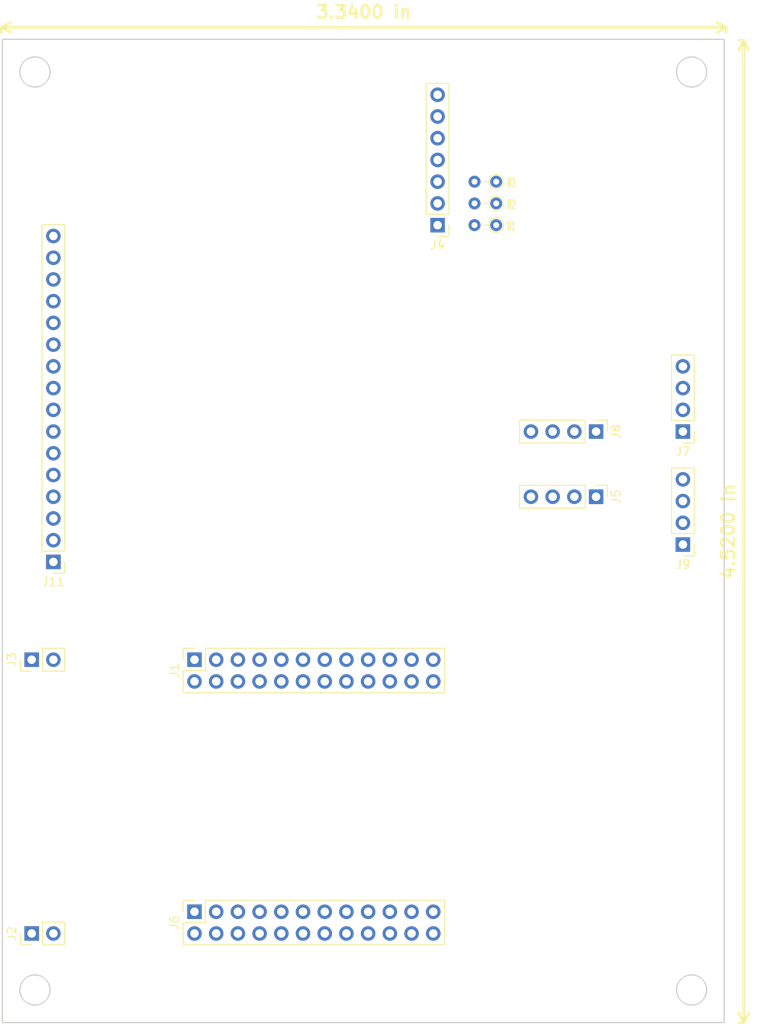
<source format=kicad_pcb>
(kicad_pcb (version 4) (host pcbnew 4.0.7)

  (general
    (links 42)
    (no_connects 42)
    (area 46.228 37.408 142.850286 157.555001)
    (thickness 1.6)
    (drawings 10)
    (tracks 0)
    (zones 0)
    (modules 13)
    (nets 56)
  )

  (page A4)
  (layers
    (0 F.Cu signal)
    (31 B.Cu signal)
    (32 B.Adhes user)
    (33 F.Adhes user)
    (34 B.Paste user)
    (35 F.Paste user)
    (36 B.SilkS user)
    (37 F.SilkS user)
    (38 B.Mask user)
    (39 F.Mask user)
    (40 Dwgs.User user)
    (41 Cmts.User user)
    (42 Eco1.User user)
    (43 Eco2.User user)
    (44 Edge.Cuts user)
    (45 Margin user)
    (46 B.CrtYd user)
    (47 F.CrtYd user)
    (48 B.Fab user)
    (49 F.Fab user)
  )

  (setup
    (last_trace_width 0.25)
    (trace_clearance 0.2)
    (zone_clearance 0.508)
    (zone_45_only no)
    (trace_min 0.2)
    (segment_width 0.2)
    (edge_width 0.15)
    (via_size 0.6)
    (via_drill 0.4)
    (via_min_size 0.4)
    (via_min_drill 0.3)
    (uvia_size 0.3)
    (uvia_drill 0.1)
    (uvias_allowed no)
    (uvia_min_size 0.2)
    (uvia_min_drill 0.1)
    (pcb_text_width 0.3)
    (pcb_text_size 1.5 1.5)
    (mod_edge_width 0.15)
    (mod_text_size 1 1)
    (mod_text_width 0.15)
    (pad_size 1.524 1.524)
    (pad_drill 0.762)
    (pad_to_mask_clearance 0.2)
    (aux_axis_origin 0 0)
    (visible_elements 7FFFFFFF)
    (pcbplotparams
      (layerselection 0x00030_80000001)
      (usegerberextensions false)
      (excludeedgelayer true)
      (linewidth 0.100000)
      (plotframeref false)
      (viasonmask false)
      (mode 1)
      (useauxorigin false)
      (hpglpennumber 1)
      (hpglpenspeed 20)
      (hpglpendiameter 15)
      (hpglpenoverlay 2)
      (psnegative false)
      (psa4output false)
      (plotreference true)
      (plotvalue true)
      (plotinvisibletext false)
      (padsonsilk false)
      (subtractmaskfromsilk false)
      (outputformat 1)
      (mirror false)
      (drillshape 0)
      (scaleselection 1)
      (outputdirectory ""))
  )

  (net 0 "")
  (net 1 /13)
  (net 2 /15)
  (net 3 /17)
  (net 4 /19)
  (net 5 /21)
  (net 6 /23)
  (net 7 /25)
  (net 8 /27)
  (net 9 /29)
  (net 10 /31)
  (net 11 /33)
  (net 12 /35)
  (net 13 /36)
  (net 14 /34)
  (net 15 /32)
  (net 16 /30)
  (net 17 /28)
  (net 18 /26)
  (net 19 /24)
  (net 20 /22)
  (net 21 /20)
  (net 22 /18)
  (net 23 /16)
  (net 24 /14)
  (net 25 VCC)
  (net 26 GND)
  (net 27 /39)
  (net 28 /40)
  (net 29 /47)
  (net 30 /43)
  (net 31 /44)
  (net 32 /45)
  (net 33 /46)
  (net 34 /12)
  (net 35 /10)
  (net 36 /8)
  (net 37 /6)
  (net 38 /4)
  (net 39 /2)
  (net 40 /48)
  (net 41 /42)
  (net 42 /38)
  (net 43 /37)
  (net 44 /41)
  (net 45 /1)
  (net 46 /3)
  (net 47 /5)
  (net 48 /7)
  (net 49 /9)
  (net 50 /11)
  (net 51 /D0)
  (net 52 /D1)
  (net 53 /D2)
  (net 54 /D3)
  (net 55 /L-)

  (net_class Default "This is the default net class."
    (clearance 0.2)
    (trace_width 0.25)
    (via_dia 0.6)
    (via_drill 0.4)
    (uvia_dia 0.3)
    (uvia_drill 0.1)
    (add_net /1)
    (add_net /10)
    (add_net /11)
    (add_net /12)
    (add_net /13)
    (add_net /14)
    (add_net /15)
    (add_net /16)
    (add_net /17)
    (add_net /18)
    (add_net /19)
    (add_net /2)
    (add_net /20)
    (add_net /21)
    (add_net /22)
    (add_net /23)
    (add_net /24)
    (add_net /25)
    (add_net /26)
    (add_net /27)
    (add_net /28)
    (add_net /29)
    (add_net /3)
    (add_net /30)
    (add_net /31)
    (add_net /32)
    (add_net /33)
    (add_net /34)
    (add_net /35)
    (add_net /36)
    (add_net /37)
    (add_net /38)
    (add_net /39)
    (add_net /4)
    (add_net /40)
    (add_net /41)
    (add_net /42)
    (add_net /43)
    (add_net /44)
    (add_net /45)
    (add_net /46)
    (add_net /47)
    (add_net /48)
    (add_net /5)
    (add_net /6)
    (add_net /7)
    (add_net /8)
    (add_net /9)
    (add_net /D0)
    (add_net /D1)
    (add_net /D2)
    (add_net /D3)
    (add_net /L-)
    (add_net GND)
    (add_net VCC)
  )

  (module Socket_Strips:Socket_Strip_Straight_2x12_Pitch2.54mm (layer F.Cu) (tedit 5A7C39DA) (tstamp 5A7C2E8F)
    (at 68.834 115.062 90)
    (descr "Through hole straight socket strip, 2x12, 2.54mm pitch, double rows")
    (tags "Through hole socket strip THT 2x12 2.54mm double row")
    (path /5A7C4290)
    (fp_text reference J1 (at -1.27 -2.33 90) (layer F.SilkS)
      (effects (font (size 1 1) (thickness 0.15)))
    )
    (fp_text value NUVOTON-M0516LDN-L (at 3.302 12.7 180) (layer F.Fab)
      (effects (font (size 1 1) (thickness 0.15)))
    )
    (fp_line (start -3.81 -1.27) (end -3.81 29.21) (layer F.Fab) (width 0.1))
    (fp_line (start -3.81 29.21) (end 1.27 29.21) (layer F.Fab) (width 0.1))
    (fp_line (start 1.27 29.21) (end 1.27 -1.27) (layer F.Fab) (width 0.1))
    (fp_line (start 1.27 -1.27) (end -3.81 -1.27) (layer F.Fab) (width 0.1))
    (fp_line (start 1.33 1.27) (end 1.33 29.27) (layer F.SilkS) (width 0.12))
    (fp_line (start 1.33 29.27) (end -3.87 29.27) (layer F.SilkS) (width 0.12))
    (fp_line (start -3.87 29.27) (end -3.87 -1.33) (layer F.SilkS) (width 0.12))
    (fp_line (start -3.87 -1.33) (end -1.27 -1.33) (layer F.SilkS) (width 0.12))
    (fp_line (start -1.27 -1.33) (end -1.27 1.27) (layer F.SilkS) (width 0.12))
    (fp_line (start -1.27 1.27) (end 1.33 1.27) (layer F.SilkS) (width 0.12))
    (fp_line (start 1.33 0) (end 1.33 -1.33) (layer F.SilkS) (width 0.12))
    (fp_line (start 1.33 -1.33) (end 0.06 -1.33) (layer F.SilkS) (width 0.12))
    (fp_line (start -4.35 -1.8) (end -4.35 29.75) (layer F.CrtYd) (width 0.05))
    (fp_line (start -4.35 29.75) (end 1.8 29.75) (layer F.CrtYd) (width 0.05))
    (fp_line (start 1.8 29.75) (end 1.8 -1.8) (layer F.CrtYd) (width 0.05))
    (fp_line (start 1.8 -1.8) (end -4.35 -1.8) (layer F.CrtYd) (width 0.05))
    (fp_text user %R (at -1.27 -2.33 90) (layer F.Fab)
      (effects (font (size 1 1) (thickness 0.15)))
    )
    (pad 1 thru_hole rect (at 0 0 90) (size 1.7 1.7) (drill 1) (layers *.Cu *.Mask)
      (net 1 /13))
    (pad 2 thru_hole oval (at -2.54 0 90) (size 1.7 1.7) (drill 1) (layers *.Cu *.Mask)
      (net 24 /14))
    (pad 3 thru_hole oval (at 0 2.54 90) (size 1.7 1.7) (drill 1) (layers *.Cu *.Mask)
      (net 2 /15))
    (pad 4 thru_hole oval (at -2.54 2.54 90) (size 1.7 1.7) (drill 1) (layers *.Cu *.Mask)
      (net 23 /16))
    (pad 5 thru_hole oval (at 0 5.08 90) (size 1.7 1.7) (drill 1) (layers *.Cu *.Mask)
      (net 3 /17))
    (pad 6 thru_hole oval (at -2.54 5.08 90) (size 1.7 1.7) (drill 1) (layers *.Cu *.Mask)
      (net 22 /18))
    (pad 7 thru_hole oval (at 0 7.62 90) (size 1.7 1.7) (drill 1) (layers *.Cu *.Mask)
      (net 4 /19))
    (pad 8 thru_hole oval (at -2.54 7.62 90) (size 1.7 1.7) (drill 1) (layers *.Cu *.Mask)
      (net 21 /20))
    (pad 9 thru_hole oval (at 0 10.16 90) (size 1.7 1.7) (drill 1) (layers *.Cu *.Mask)
      (net 5 /21))
    (pad 10 thru_hole oval (at -2.54 10.16 90) (size 1.7 1.7) (drill 1) (layers *.Cu *.Mask)
      (net 20 /22))
    (pad 11 thru_hole oval (at 0 12.7 90) (size 1.7 1.7) (drill 1) (layers *.Cu *.Mask)
      (net 6 /23))
    (pad 12 thru_hole oval (at -2.54 12.7 90) (size 1.7 1.7) (drill 1) (layers *.Cu *.Mask)
      (net 19 /24))
    (pad 13 thru_hole oval (at 0 15.24 90) (size 1.7 1.7) (drill 1) (layers *.Cu *.Mask)
      (net 7 /25))
    (pad 14 thru_hole oval (at -2.54 15.24 90) (size 1.7 1.7) (drill 1) (layers *.Cu *.Mask)
      (net 18 /26))
    (pad 15 thru_hole oval (at 0 17.78 90) (size 1.7 1.7) (drill 1) (layers *.Cu *.Mask)
      (net 8 /27))
    (pad 16 thru_hole oval (at -2.54 17.78 90) (size 1.7 1.7) (drill 1) (layers *.Cu *.Mask)
      (net 17 /28))
    (pad 17 thru_hole oval (at 0 20.32 90) (size 1.7 1.7) (drill 1) (layers *.Cu *.Mask)
      (net 9 /29))
    (pad 18 thru_hole oval (at -2.54 20.32 90) (size 1.7 1.7) (drill 1) (layers *.Cu *.Mask)
      (net 16 /30))
    (pad 19 thru_hole oval (at 0 22.86 90) (size 1.7 1.7) (drill 1) (layers *.Cu *.Mask)
      (net 10 /31))
    (pad 20 thru_hole oval (at -2.54 22.86 90) (size 1.7 1.7) (drill 1) (layers *.Cu *.Mask)
      (net 15 /32))
    (pad 21 thru_hole oval (at 0 25.4 90) (size 1.7 1.7) (drill 1) (layers *.Cu *.Mask)
      (net 11 /33))
    (pad 22 thru_hole oval (at -2.54 25.4 90) (size 1.7 1.7) (drill 1) (layers *.Cu *.Mask)
      (net 14 /34))
    (pad 23 thru_hole oval (at 0 27.94 90) (size 1.7 1.7) (drill 1) (layers *.Cu *.Mask)
      (net 12 /35))
    (pad 24 thru_hole oval (at -2.54 27.94 90) (size 1.7 1.7) (drill 1) (layers *.Cu *.Mask)
      (net 13 /36))
    (model ${KISYS3DMOD}/Socket_Strips.3dshapes/Socket_Strip_Straight_2x12_Pitch2.54mm.wrl
      (at (xyz -0.05 -0.55 0))
      (scale (xyz 1 1 1))
      (rotate (xyz 0 0 270))
    )
  )

  (module Pin_Headers:Pin_Header_Straight_1x07_Pitch2.54mm (layer F.Cu) (tedit 5A7C39F5) (tstamp 5A7C2EA6)
    (at 97.282 64.262 180)
    (descr "Through hole straight pin header, 1x07, 2.54mm pitch, single row")
    (tags "Through hole pin header THT 1x07 2.54mm single row")
    (path /5A7C0D62)
    (fp_text reference J4 (at 0 -2.33 180) (layer F.SilkS)
      (effects (font (size 1 1) (thickness 0.15)))
    )
    (fp_text value KEYPAD-BRKOUT (at 2.667 11.049 270) (layer F.Fab)
      (effects (font (size 1 1) (thickness 0.15)))
    )
    (fp_line (start -0.635 -1.27) (end 1.27 -1.27) (layer F.Fab) (width 0.1))
    (fp_line (start 1.27 -1.27) (end 1.27 16.51) (layer F.Fab) (width 0.1))
    (fp_line (start 1.27 16.51) (end -1.27 16.51) (layer F.Fab) (width 0.1))
    (fp_line (start -1.27 16.51) (end -1.27 -0.635) (layer F.Fab) (width 0.1))
    (fp_line (start -1.27 -0.635) (end -0.635 -1.27) (layer F.Fab) (width 0.1))
    (fp_line (start -1.33 16.57) (end 1.33 16.57) (layer F.SilkS) (width 0.12))
    (fp_line (start -1.33 1.27) (end -1.33 16.57) (layer F.SilkS) (width 0.12))
    (fp_line (start 1.33 1.27) (end 1.33 16.57) (layer F.SilkS) (width 0.12))
    (fp_line (start -1.33 1.27) (end 1.33 1.27) (layer F.SilkS) (width 0.12))
    (fp_line (start -1.33 0) (end -1.33 -1.33) (layer F.SilkS) (width 0.12))
    (fp_line (start -1.33 -1.33) (end 0 -1.33) (layer F.SilkS) (width 0.12))
    (fp_line (start -1.8 -1.8) (end -1.8 17.05) (layer F.CrtYd) (width 0.05))
    (fp_line (start -1.8 17.05) (end 1.8 17.05) (layer F.CrtYd) (width 0.05))
    (fp_line (start 1.8 17.05) (end 1.8 -1.8) (layer F.CrtYd) (width 0.05))
    (fp_line (start 1.8 -1.8) (end -1.8 -1.8) (layer F.CrtYd) (width 0.05))
    (fp_text user %R (at 0 7.62 270) (layer F.Fab)
      (effects (font (size 1 1) (thickness 0.15)))
    )
    (pad 1 thru_hole rect (at 0 0 180) (size 1.7 1.7) (drill 1) (layers *.Cu *.Mask)
      (net 27 /39))
    (pad 2 thru_hole oval (at 0 2.54 180) (size 1.7 1.7) (drill 1) (layers *.Cu *.Mask)
      (net 28 /40))
    (pad 3 thru_hole oval (at 0 5.08 180) (size 1.7 1.7) (drill 1) (layers *.Cu *.Mask)
      (net 29 /47))
    (pad 4 thru_hole oval (at 0 7.62 180) (size 1.7 1.7) (drill 1) (layers *.Cu *.Mask)
      (net 30 /43))
    (pad 5 thru_hole oval (at 0 10.16 180) (size 1.7 1.7) (drill 1) (layers *.Cu *.Mask)
      (net 31 /44))
    (pad 6 thru_hole oval (at 0 12.7 180) (size 1.7 1.7) (drill 1) (layers *.Cu *.Mask)
      (net 32 /45))
    (pad 7 thru_hole oval (at 0 15.24 180) (size 1.7 1.7) (drill 1) (layers *.Cu *.Mask)
      (net 33 /46))
    (model ${KISYS3DMOD}/Pin_Headers.3dshapes/Pin_Header_Straight_1x07_Pitch2.54mm.wrl
      (at (xyz 0 0 0))
      (scale (xyz 1 1 1))
      (rotate (xyz 0 0 0))
    )
  )

  (module Pin_Headers:Pin_Header_Straight_1x04_Pitch2.54mm (layer F.Cu) (tedit 5A7C39C8) (tstamp 5A7C2EAE)
    (at 115.824 96.012 270)
    (descr "Through hole straight pin header, 1x04, 2.54mm pitch, single row")
    (tags "Through hole pin header THT 1x04 2.54mm single row")
    (path /5A7C6F8B)
    (fp_text reference J5 (at 0 -2.33 270) (layer F.SilkS)
      (effects (font (size 1 1) (thickness 0.15)))
    )
    (fp_text value VCC-BRKOUT (at 2.794 3.81 360) (layer F.Fab)
      (effects (font (size 1 1) (thickness 0.15)))
    )
    (fp_line (start -0.635 -1.27) (end 1.27 -1.27) (layer F.Fab) (width 0.1))
    (fp_line (start 1.27 -1.27) (end 1.27 8.89) (layer F.Fab) (width 0.1))
    (fp_line (start 1.27 8.89) (end -1.27 8.89) (layer F.Fab) (width 0.1))
    (fp_line (start -1.27 8.89) (end -1.27 -0.635) (layer F.Fab) (width 0.1))
    (fp_line (start -1.27 -0.635) (end -0.635 -1.27) (layer F.Fab) (width 0.1))
    (fp_line (start -1.33 8.95) (end 1.33 8.95) (layer F.SilkS) (width 0.12))
    (fp_line (start -1.33 1.27) (end -1.33 8.95) (layer F.SilkS) (width 0.12))
    (fp_line (start 1.33 1.27) (end 1.33 8.95) (layer F.SilkS) (width 0.12))
    (fp_line (start -1.33 1.27) (end 1.33 1.27) (layer F.SilkS) (width 0.12))
    (fp_line (start -1.33 0) (end -1.33 -1.33) (layer F.SilkS) (width 0.12))
    (fp_line (start -1.33 -1.33) (end 0 -1.33) (layer F.SilkS) (width 0.12))
    (fp_line (start -1.8 -1.8) (end -1.8 9.4) (layer F.CrtYd) (width 0.05))
    (fp_line (start -1.8 9.4) (end 1.8 9.4) (layer F.CrtYd) (width 0.05))
    (fp_line (start 1.8 9.4) (end 1.8 -1.8) (layer F.CrtYd) (width 0.05))
    (fp_line (start 1.8 -1.8) (end -1.8 -1.8) (layer F.CrtYd) (width 0.05))
    (fp_text user %R (at 0 3.81 360) (layer F.Fab)
      (effects (font (size 1 1) (thickness 0.15)))
    )
    (pad 1 thru_hole rect (at 0 0 270) (size 1.7 1.7) (drill 1) (layers *.Cu *.Mask)
      (net 25 VCC))
    (pad 2 thru_hole oval (at 0 2.54 270) (size 1.7 1.7) (drill 1) (layers *.Cu *.Mask)
      (net 25 VCC))
    (pad 3 thru_hole oval (at 0 5.08 270) (size 1.7 1.7) (drill 1) (layers *.Cu *.Mask)
      (net 25 VCC))
    (pad 4 thru_hole oval (at 0 7.62 270) (size 1.7 1.7) (drill 1) (layers *.Cu *.Mask)
      (net 25 VCC))
    (model ${KISYS3DMOD}/Pin_Headers.3dshapes/Pin_Header_Straight_1x04_Pitch2.54mm.wrl
      (at (xyz 0 0 0))
      (scale (xyz 1 1 1))
      (rotate (xyz 0 0 0))
    )
  )

  (module Socket_Strips:Socket_Strip_Straight_2x12_Pitch2.54mm (layer F.Cu) (tedit 5A7C39E0) (tstamp 5A7C2ECA)
    (at 68.834 144.526 90)
    (descr "Through hole straight socket strip, 2x12, 2.54mm pitch, double rows")
    (tags "Through hole socket strip THT 2x12 2.54mm double row")
    (path /5A7C430D)
    (fp_text reference J6 (at -1.27 -2.33 90) (layer F.SilkS)
      (effects (font (size 1 1) (thickness 0.15)))
    )
    (fp_text value NUVOTON-MO516LDN-R (at 3.048 13.462 180) (layer F.Fab)
      (effects (font (size 1 1) (thickness 0.15)))
    )
    (fp_line (start -3.81 -1.27) (end -3.81 29.21) (layer F.Fab) (width 0.1))
    (fp_line (start -3.81 29.21) (end 1.27 29.21) (layer F.Fab) (width 0.1))
    (fp_line (start 1.27 29.21) (end 1.27 -1.27) (layer F.Fab) (width 0.1))
    (fp_line (start 1.27 -1.27) (end -3.81 -1.27) (layer F.Fab) (width 0.1))
    (fp_line (start 1.33 1.27) (end 1.33 29.27) (layer F.SilkS) (width 0.12))
    (fp_line (start 1.33 29.27) (end -3.87 29.27) (layer F.SilkS) (width 0.12))
    (fp_line (start -3.87 29.27) (end -3.87 -1.33) (layer F.SilkS) (width 0.12))
    (fp_line (start -3.87 -1.33) (end -1.27 -1.33) (layer F.SilkS) (width 0.12))
    (fp_line (start -1.27 -1.33) (end -1.27 1.27) (layer F.SilkS) (width 0.12))
    (fp_line (start -1.27 1.27) (end 1.33 1.27) (layer F.SilkS) (width 0.12))
    (fp_line (start 1.33 0) (end 1.33 -1.33) (layer F.SilkS) (width 0.12))
    (fp_line (start 1.33 -1.33) (end 0.06 -1.33) (layer F.SilkS) (width 0.12))
    (fp_line (start -4.35 -1.8) (end -4.35 29.75) (layer F.CrtYd) (width 0.05))
    (fp_line (start -4.35 29.75) (end 1.8 29.75) (layer F.CrtYd) (width 0.05))
    (fp_line (start 1.8 29.75) (end 1.8 -1.8) (layer F.CrtYd) (width 0.05))
    (fp_line (start 1.8 -1.8) (end -4.35 -1.8) (layer F.CrtYd) (width 0.05))
    (fp_text user %R (at -1.27 -2.33 90) (layer F.Fab)
      (effects (font (size 1 1) (thickness 0.15)))
    )
    (pad 1 thru_hole rect (at 0 0 90) (size 1.7 1.7) (drill 1) (layers *.Cu *.Mask)
      (net 34 /12))
    (pad 2 thru_hole oval (at -2.54 0 90) (size 1.7 1.7) (drill 1) (layers *.Cu *.Mask)
      (net 50 /11))
    (pad 3 thru_hole oval (at 0 2.54 90) (size 1.7 1.7) (drill 1) (layers *.Cu *.Mask)
      (net 35 /10))
    (pad 4 thru_hole oval (at -2.54 2.54 90) (size 1.7 1.7) (drill 1) (layers *.Cu *.Mask)
      (net 49 /9))
    (pad 5 thru_hole oval (at 0 5.08 90) (size 1.7 1.7) (drill 1) (layers *.Cu *.Mask)
      (net 36 /8))
    (pad 6 thru_hole oval (at -2.54 5.08 90) (size 1.7 1.7) (drill 1) (layers *.Cu *.Mask)
      (net 48 /7))
    (pad 7 thru_hole oval (at 0 7.62 90) (size 1.7 1.7) (drill 1) (layers *.Cu *.Mask)
      (net 37 /6))
    (pad 8 thru_hole oval (at -2.54 7.62 90) (size 1.7 1.7) (drill 1) (layers *.Cu *.Mask)
      (net 47 /5))
    (pad 9 thru_hole oval (at 0 10.16 90) (size 1.7 1.7) (drill 1) (layers *.Cu *.Mask)
      (net 38 /4))
    (pad 10 thru_hole oval (at -2.54 10.16 90) (size 1.7 1.7) (drill 1) (layers *.Cu *.Mask)
      (net 46 /3))
    (pad 11 thru_hole oval (at 0 12.7 90) (size 1.7 1.7) (drill 1) (layers *.Cu *.Mask)
      (net 39 /2))
    (pad 12 thru_hole oval (at -2.54 12.7 90) (size 1.7 1.7) (drill 1) (layers *.Cu *.Mask)
      (net 45 /1))
    (pad 13 thru_hole oval (at 0 15.24 90) (size 1.7 1.7) (drill 1) (layers *.Cu *.Mask)
      (net 40 /48))
    (pad 14 thru_hole oval (at -2.54 15.24 90) (size 1.7 1.7) (drill 1) (layers *.Cu *.Mask)
      (net 29 /47))
    (pad 15 thru_hole oval (at 0 17.78 90) (size 1.7 1.7) (drill 1) (layers *.Cu *.Mask)
      (net 33 /46))
    (pad 16 thru_hole oval (at -2.54 17.78 90) (size 1.7 1.7) (drill 1) (layers *.Cu *.Mask)
      (net 32 /45))
    (pad 17 thru_hole oval (at 0 20.32 90) (size 1.7 1.7) (drill 1) (layers *.Cu *.Mask)
      (net 31 /44))
    (pad 18 thru_hole oval (at -2.54 20.32 90) (size 1.7 1.7) (drill 1) (layers *.Cu *.Mask)
      (net 30 /43))
    (pad 19 thru_hole oval (at 0 22.86 90) (size 1.7 1.7) (drill 1) (layers *.Cu *.Mask)
      (net 41 /42))
    (pad 20 thru_hole oval (at -2.54 22.86 90) (size 1.7 1.7) (drill 1) (layers *.Cu *.Mask)
      (net 44 /41))
    (pad 21 thru_hole oval (at 0 25.4 90) (size 1.7 1.7) (drill 1) (layers *.Cu *.Mask)
      (net 28 /40))
    (pad 22 thru_hole oval (at -2.54 25.4 90) (size 1.7 1.7) (drill 1) (layers *.Cu *.Mask)
      (net 27 /39))
    (pad 23 thru_hole oval (at 0 27.94 90) (size 1.7 1.7) (drill 1) (layers *.Cu *.Mask)
      (net 42 /38))
    (pad 24 thru_hole oval (at -2.54 27.94 90) (size 1.7 1.7) (drill 1) (layers *.Cu *.Mask)
      (net 43 /37))
    (model ${KISYS3DMOD}/Socket_Strips.3dshapes/Socket_Strip_Straight_2x12_Pitch2.54mm.wrl
      (at (xyz -0.05 -0.55 0))
      (scale (xyz 1 1 1))
      (rotate (xyz 0 0 270))
    )
  )

  (module Pin_Headers:Pin_Header_Straight_1x04_Pitch2.54mm (layer F.Cu) (tedit 5A7C3A8C) (tstamp 5A7C2ED2)
    (at 125.984 88.392 180)
    (descr "Through hole straight pin header, 1x04, 2.54mm pitch, single row")
    (tags "Through hole pin header THT 1x04 2.54mm single row")
    (path /5A7C321B)
    (fp_text reference J7 (at 0 -2.33 180) (layer F.SilkS)
      (effects (font (size 1 1) (thickness 0.15)))
    )
    (fp_text value ULTRA1 (at 2.794 3.81 270) (layer F.Fab)
      (effects (font (size 1 1) (thickness 0.15)))
    )
    (fp_line (start -0.635 -1.27) (end 1.27 -1.27) (layer F.Fab) (width 0.1))
    (fp_line (start 1.27 -1.27) (end 1.27 8.89) (layer F.Fab) (width 0.1))
    (fp_line (start 1.27 8.89) (end -1.27 8.89) (layer F.Fab) (width 0.1))
    (fp_line (start -1.27 8.89) (end -1.27 -0.635) (layer F.Fab) (width 0.1))
    (fp_line (start -1.27 -0.635) (end -0.635 -1.27) (layer F.Fab) (width 0.1))
    (fp_line (start -1.33 8.95) (end 1.33 8.95) (layer F.SilkS) (width 0.12))
    (fp_line (start -1.33 1.27) (end -1.33 8.95) (layer F.SilkS) (width 0.12))
    (fp_line (start 1.33 1.27) (end 1.33 8.95) (layer F.SilkS) (width 0.12))
    (fp_line (start -1.33 1.27) (end 1.33 1.27) (layer F.SilkS) (width 0.12))
    (fp_line (start -1.33 0) (end -1.33 -1.33) (layer F.SilkS) (width 0.12))
    (fp_line (start -1.33 -1.33) (end 0 -1.33) (layer F.SilkS) (width 0.12))
    (fp_line (start -1.8 -1.8) (end -1.8 9.4) (layer F.CrtYd) (width 0.05))
    (fp_line (start -1.8 9.4) (end 1.8 9.4) (layer F.CrtYd) (width 0.05))
    (fp_line (start 1.8 9.4) (end 1.8 -1.8) (layer F.CrtYd) (width 0.05))
    (fp_line (start 1.8 -1.8) (end -1.8 -1.8) (layer F.CrtYd) (width 0.05))
    (fp_text user %R (at 0 3.81 270) (layer F.Fab)
      (effects (font (size 1 1) (thickness 0.15)))
    )
    (pad 1 thru_hole rect (at 0 0 180) (size 1.7 1.7) (drill 1) (layers *.Cu *.Mask)
      (net 25 VCC))
    (pad 2 thru_hole oval (at 0 2.54 180) (size 1.7 1.7) (drill 1) (layers *.Cu *.Mask)
      (net 45 /1))
    (pad 3 thru_hole oval (at 0 5.08 180) (size 1.7 1.7) (drill 1) (layers *.Cu *.Mask)
      (net 39 /2))
    (pad 4 thru_hole oval (at 0 7.62 180) (size 1.7 1.7) (drill 1) (layers *.Cu *.Mask)
      (net 26 GND))
    (model ${KISYS3DMOD}/Pin_Headers.3dshapes/Pin_Header_Straight_1x04_Pitch2.54mm.wrl
      (at (xyz 0 0 0))
      (scale (xyz 1 1 1))
      (rotate (xyz 0 0 0))
    )
  )

  (module Pin_Headers:Pin_Header_Straight_1x04_Pitch2.54mm (layer F.Cu) (tedit 5A7C39BC) (tstamp 5A7C2EDA)
    (at 115.824 88.392 270)
    (descr "Through hole straight pin header, 1x04, 2.54mm pitch, single row")
    (tags "Through hole pin header THT 1x04 2.54mm single row")
    (path /5A7C6FC9)
    (fp_text reference J8 (at 0 -2.33 270) (layer F.SilkS)
      (effects (font (size 1 1) (thickness 0.15)))
    )
    (fp_text value GND-BRKOUT (at 2.794 4.064 360) (layer F.Fab)
      (effects (font (size 1 1) (thickness 0.15)))
    )
    (fp_line (start -0.635 -1.27) (end 1.27 -1.27) (layer F.Fab) (width 0.1))
    (fp_line (start 1.27 -1.27) (end 1.27 8.89) (layer F.Fab) (width 0.1))
    (fp_line (start 1.27 8.89) (end -1.27 8.89) (layer F.Fab) (width 0.1))
    (fp_line (start -1.27 8.89) (end -1.27 -0.635) (layer F.Fab) (width 0.1))
    (fp_line (start -1.27 -0.635) (end -0.635 -1.27) (layer F.Fab) (width 0.1))
    (fp_line (start -1.33 8.95) (end 1.33 8.95) (layer F.SilkS) (width 0.12))
    (fp_line (start -1.33 1.27) (end -1.33 8.95) (layer F.SilkS) (width 0.12))
    (fp_line (start 1.33 1.27) (end 1.33 8.95) (layer F.SilkS) (width 0.12))
    (fp_line (start -1.33 1.27) (end 1.33 1.27) (layer F.SilkS) (width 0.12))
    (fp_line (start -1.33 0) (end -1.33 -1.33) (layer F.SilkS) (width 0.12))
    (fp_line (start -1.33 -1.33) (end 0 -1.33) (layer F.SilkS) (width 0.12))
    (fp_line (start -1.8 -1.8) (end -1.8 9.4) (layer F.CrtYd) (width 0.05))
    (fp_line (start -1.8 9.4) (end 1.8 9.4) (layer F.CrtYd) (width 0.05))
    (fp_line (start 1.8 9.4) (end 1.8 -1.8) (layer F.CrtYd) (width 0.05))
    (fp_line (start 1.8 -1.8) (end -1.8 -1.8) (layer F.CrtYd) (width 0.05))
    (fp_text user %R (at 0 3.81 360) (layer F.Fab)
      (effects (font (size 1 1) (thickness 0.15)))
    )
    (pad 1 thru_hole rect (at 0 0 270) (size 1.7 1.7) (drill 1) (layers *.Cu *.Mask)
      (net 26 GND))
    (pad 2 thru_hole oval (at 0 2.54 270) (size 1.7 1.7) (drill 1) (layers *.Cu *.Mask)
      (net 26 GND))
    (pad 3 thru_hole oval (at 0 5.08 270) (size 1.7 1.7) (drill 1) (layers *.Cu *.Mask)
      (net 26 GND))
    (pad 4 thru_hole oval (at 0 7.62 270) (size 1.7 1.7) (drill 1) (layers *.Cu *.Mask)
      (net 26 GND))
    (model ${KISYS3DMOD}/Pin_Headers.3dshapes/Pin_Header_Straight_1x04_Pitch2.54mm.wrl
      (at (xyz 0 0 0))
      (scale (xyz 1 1 1))
      (rotate (xyz 0 0 0))
    )
  )

  (module Pin_Headers:Pin_Header_Straight_1x04_Pitch2.54mm (layer F.Cu) (tedit 5A7C3A93) (tstamp 5A7C2EE2)
    (at 125.984 101.6 180)
    (descr "Through hole straight pin header, 1x04, 2.54mm pitch, single row")
    (tags "Through hole pin header THT 1x04 2.54mm single row")
    (path /5A7C3280)
    (fp_text reference J9 (at 0 -2.33 180) (layer F.SilkS)
      (effects (font (size 1 1) (thickness 0.15)))
    )
    (fp_text value ULTRA2 (at 2.794 3.81 270) (layer F.Fab)
      (effects (font (size 1 1) (thickness 0.15)))
    )
    (fp_line (start -0.635 -1.27) (end 1.27 -1.27) (layer F.Fab) (width 0.1))
    (fp_line (start 1.27 -1.27) (end 1.27 8.89) (layer F.Fab) (width 0.1))
    (fp_line (start 1.27 8.89) (end -1.27 8.89) (layer F.Fab) (width 0.1))
    (fp_line (start -1.27 8.89) (end -1.27 -0.635) (layer F.Fab) (width 0.1))
    (fp_line (start -1.27 -0.635) (end -0.635 -1.27) (layer F.Fab) (width 0.1))
    (fp_line (start -1.33 8.95) (end 1.33 8.95) (layer F.SilkS) (width 0.12))
    (fp_line (start -1.33 1.27) (end -1.33 8.95) (layer F.SilkS) (width 0.12))
    (fp_line (start 1.33 1.27) (end 1.33 8.95) (layer F.SilkS) (width 0.12))
    (fp_line (start -1.33 1.27) (end 1.33 1.27) (layer F.SilkS) (width 0.12))
    (fp_line (start -1.33 0) (end -1.33 -1.33) (layer F.SilkS) (width 0.12))
    (fp_line (start -1.33 -1.33) (end 0 -1.33) (layer F.SilkS) (width 0.12))
    (fp_line (start -1.8 -1.8) (end -1.8 9.4) (layer F.CrtYd) (width 0.05))
    (fp_line (start -1.8 9.4) (end 1.8 9.4) (layer F.CrtYd) (width 0.05))
    (fp_line (start 1.8 9.4) (end 1.8 -1.8) (layer F.CrtYd) (width 0.05))
    (fp_line (start 1.8 -1.8) (end -1.8 -1.8) (layer F.CrtYd) (width 0.05))
    (fp_text user %R (at 0 3.81 270) (layer F.Fab)
      (effects (font (size 1 1) (thickness 0.15)))
    )
    (pad 1 thru_hole rect (at 0 0 180) (size 1.7 1.7) (drill 1) (layers *.Cu *.Mask)
      (net 25 VCC))
    (pad 2 thru_hole oval (at 0 2.54 180) (size 1.7 1.7) (drill 1) (layers *.Cu *.Mask)
      (net 46 /3))
    (pad 3 thru_hole oval (at 0 5.08 180) (size 1.7 1.7) (drill 1) (layers *.Cu *.Mask)
      (net 49 /9))
    (pad 4 thru_hole oval (at 0 7.62 180) (size 1.7 1.7) (drill 1) (layers *.Cu *.Mask)
      (net 26 GND))
    (model ${KISYS3DMOD}/Pin_Headers.3dshapes/Pin_Header_Straight_1x04_Pitch2.54mm.wrl
      (at (xyz 0 0 0))
      (scale (xyz 1 1 1))
      (rotate (xyz 0 0 0))
    )
  )

  (module Pin_Headers:Pin_Header_Straight_1x16_Pitch2.54mm (layer F.Cu) (tedit 5A7C39B0) (tstamp 5A7C2F0A)
    (at 52.324 103.632 180)
    (descr "Through hole straight pin header, 1x16, 2.54mm pitch, single row")
    (tags "Through hole pin header THT 1x16 2.54mm single row")
    (path /5A7C0DF1)
    (fp_text reference J11 (at 0 -2.33 180) (layer F.SilkS)
      (effects (font (size 1 1) (thickness 0.15)))
    )
    (fp_text value LCD-BRKOUT-1 (at 2.54 33.782 270) (layer F.Fab)
      (effects (font (size 1 1) (thickness 0.15)))
    )
    (fp_line (start -0.635 -1.27) (end 1.27 -1.27) (layer F.Fab) (width 0.1))
    (fp_line (start 1.27 -1.27) (end 1.27 39.37) (layer F.Fab) (width 0.1))
    (fp_line (start 1.27 39.37) (end -1.27 39.37) (layer F.Fab) (width 0.1))
    (fp_line (start -1.27 39.37) (end -1.27 -0.635) (layer F.Fab) (width 0.1))
    (fp_line (start -1.27 -0.635) (end -0.635 -1.27) (layer F.Fab) (width 0.1))
    (fp_line (start -1.33 39.43) (end 1.33 39.43) (layer F.SilkS) (width 0.12))
    (fp_line (start -1.33 1.27) (end -1.33 39.43) (layer F.SilkS) (width 0.12))
    (fp_line (start 1.33 1.27) (end 1.33 39.43) (layer F.SilkS) (width 0.12))
    (fp_line (start -1.33 1.27) (end 1.33 1.27) (layer F.SilkS) (width 0.12))
    (fp_line (start -1.33 0) (end -1.33 -1.33) (layer F.SilkS) (width 0.12))
    (fp_line (start -1.33 -1.33) (end 0 -1.33) (layer F.SilkS) (width 0.12))
    (fp_line (start -1.8 -1.8) (end -1.8 39.9) (layer F.CrtYd) (width 0.05))
    (fp_line (start -1.8 39.9) (end 1.8 39.9) (layer F.CrtYd) (width 0.05))
    (fp_line (start 1.8 39.9) (end 1.8 -1.8) (layer F.CrtYd) (width 0.05))
    (fp_line (start 1.8 -1.8) (end -1.8 -1.8) (layer F.CrtYd) (width 0.05))
    (fp_text user %R (at 0 19.05 270) (layer F.Fab)
      (effects (font (size 1 1) (thickness 0.15)))
    )
    (pad 1 thru_hole rect (at 0 0 180) (size 1.7 1.7) (drill 1) (layers *.Cu *.Mask)
      (net 55 /L-))
    (pad 2 thru_hole oval (at 0 2.54 180) (size 1.7 1.7) (drill 1) (layers *.Cu *.Mask)
      (net 25 VCC))
    (pad 3 thru_hole oval (at 0 5.08 180) (size 1.7 1.7) (drill 1) (layers *.Cu *.Mask)
      (net 55 /L-))
    (pad 4 thru_hole oval (at 0 7.62 180) (size 1.7 1.7) (drill 1) (layers *.Cu *.Mask)
      (net 21 /20))
    (pad 5 thru_hole oval (at 0 10.16 180) (size 1.7 1.7) (drill 1) (layers *.Cu *.Mask)
      (net 55 /L-))
    (pad 6 thru_hole oval (at 0 12.7 180) (size 1.7 1.7) (drill 1) (layers *.Cu *.Mask)
      (net 20 /22))
    (pad 7 thru_hole oval (at 0 15.24 180) (size 1.7 1.7) (drill 1) (layers *.Cu *.Mask)
      (net 51 /D0))
    (pad 8 thru_hole oval (at 0 17.78 180) (size 1.7 1.7) (drill 1) (layers *.Cu *.Mask)
      (net 52 /D1))
    (pad 9 thru_hole oval (at 0 20.32 180) (size 1.7 1.7) (drill 1) (layers *.Cu *.Mask)
      (net 53 /D2))
    (pad 10 thru_hole oval (at 0 22.86 180) (size 1.7 1.7) (drill 1) (layers *.Cu *.Mask)
      (net 54 /D3))
    (pad 11 thru_hole oval (at 0 25.4 180) (size 1.7 1.7) (drill 1) (layers *.Cu *.Mask)
      (net 19 /24))
    (pad 12 thru_hole oval (at 0 27.94 180) (size 1.7 1.7) (drill 1) (layers *.Cu *.Mask)
      (net 18 /26))
    (pad 13 thru_hole oval (at 0 30.48 180) (size 1.7 1.7) (drill 1) (layers *.Cu *.Mask)
      (net 17 /28))
    (pad 14 thru_hole oval (at 0 33.02 180) (size 1.7 1.7) (drill 1) (layers *.Cu *.Mask)
      (net 15 /32))
    (pad 15 thru_hole oval (at 0 35.56 180) (size 1.7 1.7) (drill 1) (layers *.Cu *.Mask)
      (net 25 VCC))
    (pad 16 thru_hole oval (at 0 38.1 180) (size 1.7 1.7) (drill 1) (layers *.Cu *.Mask)
      (net 55 /L-))
    (model ${KISYS3DMOD}/Pin_Headers.3dshapes/Pin_Header_Straight_1x16_Pitch2.54mm.wrl
      (at (xyz 0 0 0))
      (scale (xyz 1 1 1))
      (rotate (xyz 0 0 0))
    )
  )

  (module Resistors_THT:R_Axial_DIN0204_L3.6mm_D1.6mm_P2.54mm_Vertical (layer F.Cu) (tedit 5A7C3A77) (tstamp 5A7C2F24)
    (at 104.14 64.262 180)
    (descr "Resistor, Axial_DIN0204 series, Axial, Vertical, pin pitch=2.54mm, 0.16666666666666666W = 1/6W, length*diameter=3.6*1.6mm^2, http://cdn-reichelt.de/documents/datenblatt/B400/1_4W%23YAG.pdf")
    (tags "Resistor Axial_DIN0204 series Axial Vertical pin pitch 2.54mm 0.16666666666666666W = 1/6W length 3.6mm diameter 1.6mm")
    (path /5A7C2E37)
    (fp_text reference R1 (at -1.778 -0.127 180) (layer F.SilkS)
      (effects (font (size 1 0.5) (thickness 0.125)))
    )
    (fp_text value 1k (at 1.27 0.635 180) (layer F.Fab)
      (effects (font (size 1 1) (thickness 0.15)))
    )
    (fp_circle (center 0 0) (end 0.8 0) (layer F.Fab) (width 0.1))
    (fp_circle (center 0 0) (end 0.86 0) (layer F.SilkS) (width 0.12))
    (fp_line (start 0 0) (end 2.54 0) (layer F.Fab) (width 0.1))
    (fp_line (start 0.86 0) (end 1.54 0) (layer F.SilkS) (width 0.12))
    (fp_line (start -1.15 -1.15) (end -1.15 1.15) (layer F.CrtYd) (width 0.05))
    (fp_line (start -1.15 1.15) (end 3.55 1.15) (layer F.CrtYd) (width 0.05))
    (fp_line (start 3.55 1.15) (end 3.55 -1.15) (layer F.CrtYd) (width 0.05))
    (fp_line (start 3.55 -1.15) (end -1.15 -1.15) (layer F.CrtYd) (width 0.05))
    (pad 1 thru_hole circle (at 0 0 180) (size 1.4 1.4) (drill 0.7) (layers *.Cu *.Mask)
      (net 25 VCC))
    (pad 2 thru_hole oval (at 2.54 0 180) (size 1.4 1.4) (drill 0.7) (layers *.Cu *.Mask)
      (net 27 /39))
    (model ${KISYS3DMOD}/Resistors_THT.3dshapes/R_Axial_DIN0204_L3.6mm_D1.6mm_P2.54mm_Vertical.wrl
      (at (xyz 0 0 0))
      (scale (xyz 0.393701 0.393701 0.393701))
      (rotate (xyz 0 0 0))
    )
  )

  (module Resistors_THT:R_Axial_DIN0204_L3.6mm_D1.6mm_P2.54mm_Vertical (layer F.Cu) (tedit 5A7C3A58) (tstamp 5A7C2F2A)
    (at 104.14 61.722 180)
    (descr "Resistor, Axial_DIN0204 series, Axial, Vertical, pin pitch=2.54mm, 0.16666666666666666W = 1/6W, length*diameter=3.6*1.6mm^2, http://cdn-reichelt.de/documents/datenblatt/B400/1_4W%23YAG.pdf")
    (tags "Resistor Axial_DIN0204 series Axial Vertical pin pitch 2.54mm 0.16666666666666666W = 1/6W length 3.6mm diameter 1.6mm")
    (path /5A7C2E99)
    (fp_text reference R2 (at -1.778 -0.127 180) (layer F.SilkS)
      (effects (font (size 1 0.5) (thickness 0.125)))
    )
    (fp_text value 1k (at 1.27 0.635 180) (layer F.Fab)
      (effects (font (size 1 1) (thickness 0.15)))
    )
    (fp_circle (center 0 0) (end 0.8 0) (layer F.Fab) (width 0.1))
    (fp_circle (center 0 0) (end 0.86 0) (layer F.SilkS) (width 0.12))
    (fp_line (start 0 0) (end 2.54 0) (layer F.Fab) (width 0.1))
    (fp_line (start 0.86 0) (end 1.54 0) (layer F.SilkS) (width 0.12))
    (fp_line (start -1.15 -1.15) (end -1.15 1.15) (layer F.CrtYd) (width 0.05))
    (fp_line (start -1.15 1.15) (end 3.55 1.15) (layer F.CrtYd) (width 0.05))
    (fp_line (start 3.55 1.15) (end 3.55 -1.15) (layer F.CrtYd) (width 0.05))
    (fp_line (start 3.55 -1.15) (end -1.15 -1.15) (layer F.CrtYd) (width 0.05))
    (pad 1 thru_hole circle (at 0 0 180) (size 1.4 1.4) (drill 0.7) (layers *.Cu *.Mask)
      (net 25 VCC))
    (pad 2 thru_hole oval (at 2.54 0 180) (size 1.4 1.4) (drill 0.7) (layers *.Cu *.Mask)
      (net 28 /40))
    (model ${KISYS3DMOD}/Resistors_THT.3dshapes/R_Axial_DIN0204_L3.6mm_D1.6mm_P2.54mm_Vertical.wrl
      (at (xyz 0 0 0))
      (scale (xyz 0.393701 0.393701 0.393701))
      (rotate (xyz 0 0 0))
    )
  )

  (module Resistors_THT:R_Axial_DIN0204_L3.6mm_D1.6mm_P2.54mm_Vertical (layer F.Cu) (tedit 5A7C3A5C) (tstamp 5A7C2F30)
    (at 104.14 59.182 180)
    (descr "Resistor, Axial_DIN0204 series, Axial, Vertical, pin pitch=2.54mm, 0.16666666666666666W = 1/6W, length*diameter=3.6*1.6mm^2, http://cdn-reichelt.de/documents/datenblatt/B400/1_4W%23YAG.pdf")
    (tags "Resistor Axial_DIN0204 series Axial Vertical pin pitch 2.54mm 0.16666666666666666W = 1/6W length 3.6mm diameter 1.6mm")
    (path /5A7C2EC7)
    (fp_text reference R3 (at -1.778 -0.127 360) (layer F.SilkS)
      (effects (font (size 1 0.5) (thickness 0.125)))
    )
    (fp_text value 1k (at 1.27 0.635 180) (layer F.Fab)
      (effects (font (size 1 1) (thickness 0.15)))
    )
    (fp_circle (center 0 0) (end 0.8 0) (layer F.Fab) (width 0.1))
    (fp_circle (center 0 0) (end 0.86 0) (layer F.SilkS) (width 0.12))
    (fp_line (start 0 0) (end 2.54 0) (layer F.Fab) (width 0.1))
    (fp_line (start 0.86 0) (end 1.54 0) (layer F.SilkS) (width 0.12))
    (fp_line (start -1.15 -1.15) (end -1.15 1.15) (layer F.CrtYd) (width 0.05))
    (fp_line (start -1.15 1.15) (end 3.55 1.15) (layer F.CrtYd) (width 0.05))
    (fp_line (start 3.55 1.15) (end 3.55 -1.15) (layer F.CrtYd) (width 0.05))
    (fp_line (start 3.55 -1.15) (end -1.15 -1.15) (layer F.CrtYd) (width 0.05))
    (pad 1 thru_hole circle (at 0 0 180) (size 1.4 1.4) (drill 0.7) (layers *.Cu *.Mask)
      (net 25 VCC))
    (pad 2 thru_hole oval (at 2.54 0 180) (size 1.4 1.4) (drill 0.7) (layers *.Cu *.Mask)
      (net 29 /47))
    (model ${KISYS3DMOD}/Resistors_THT.3dshapes/R_Axial_DIN0204_L3.6mm_D1.6mm_P2.54mm_Vertical.wrl
      (at (xyz 0 0 0))
      (scale (xyz 0.393701 0.393701 0.393701))
      (rotate (xyz 0 0 0))
    )
  )

  (module Socket_Strips:Socket_Strip_Straight_1x02_Pitch2.54mm (layer F.Cu) (tedit 5A7C3A14) (tstamp 5A7C3051)
    (at 49.784 147.066 90)
    (descr "Through hole straight socket strip, 1x02, 2.54mm pitch, single row")
    (tags "Through hole socket strip THT 1x02 2.54mm single row")
    (path /5A7C0D2E)
    (fp_text reference J2 (at 0 -2.33 90) (layer F.SilkS)
      (effects (font (size 1 1) (thickness 0.15)))
    )
    (fp_text value VDD/VCC (at 2.794 1.524 180) (layer F.Fab)
      (effects (font (size 1 1) (thickness 0.15)))
    )
    (fp_line (start -1.27 -1.27) (end -1.27 3.81) (layer F.Fab) (width 0.1))
    (fp_line (start -1.27 3.81) (end 1.27 3.81) (layer F.Fab) (width 0.1))
    (fp_line (start 1.27 3.81) (end 1.27 -1.27) (layer F.Fab) (width 0.1))
    (fp_line (start 1.27 -1.27) (end -1.27 -1.27) (layer F.Fab) (width 0.1))
    (fp_line (start -1.33 1.27) (end -1.33 3.87) (layer F.SilkS) (width 0.12))
    (fp_line (start -1.33 3.87) (end 1.33 3.87) (layer F.SilkS) (width 0.12))
    (fp_line (start 1.33 3.87) (end 1.33 1.27) (layer F.SilkS) (width 0.12))
    (fp_line (start 1.33 1.27) (end -1.33 1.27) (layer F.SilkS) (width 0.12))
    (fp_line (start -1.33 0) (end -1.33 -1.33) (layer F.SilkS) (width 0.12))
    (fp_line (start -1.33 -1.33) (end 0 -1.33) (layer F.SilkS) (width 0.12))
    (fp_line (start -1.8 -1.8) (end -1.8 4.35) (layer F.CrtYd) (width 0.05))
    (fp_line (start -1.8 4.35) (end 1.8 4.35) (layer F.CrtYd) (width 0.05))
    (fp_line (start 1.8 4.35) (end 1.8 -1.8) (layer F.CrtYd) (width 0.05))
    (fp_line (start 1.8 -1.8) (end -1.8 -1.8) (layer F.CrtYd) (width 0.05))
    (fp_text user %R (at 0 -2.33 90) (layer F.Fab)
      (effects (font (size 1 1) (thickness 0.15)))
    )
    (pad 1 thru_hole rect (at 0 0 90) (size 1.7 1.7) (drill 1) (layers *.Cu *.Mask)
      (net 25 VCC))
    (pad 2 thru_hole oval (at 0 2.54 90) (size 1.7 1.7) (drill 1) (layers *.Cu *.Mask)
      (net 25 VCC))
    (model ${KISYS3DMOD}/Socket_Strips.3dshapes/Socket_Strip_Straight_1x02_Pitch2.54mm.wrl
      (at (xyz 0 -0.05 0))
      (scale (xyz 1 1 1))
      (rotate (xyz 0 0 270))
    )
  )

  (module Socket_Strips:Socket_Strip_Straight_1x02_Pitch2.54mm (layer F.Cu) (tedit 5A7C3A09) (tstamp 5A7C3057)
    (at 49.784 115.062 90)
    (descr "Through hole straight socket strip, 1x02, 2.54mm pitch, single row")
    (tags "Through hole socket strip THT 1x02 2.54mm single row")
    (path /5A7C0CD1)
    (fp_text reference J3 (at 0 -2.33 90) (layer F.SilkS)
      (effects (font (size 1 1) (thickness 0.15)))
    )
    (fp_text value GND (at 2.794 1.27 180) (layer F.Fab)
      (effects (font (size 1 1) (thickness 0.15)))
    )
    (fp_line (start -1.27 -1.27) (end -1.27 3.81) (layer F.Fab) (width 0.1))
    (fp_line (start -1.27 3.81) (end 1.27 3.81) (layer F.Fab) (width 0.1))
    (fp_line (start 1.27 3.81) (end 1.27 -1.27) (layer F.Fab) (width 0.1))
    (fp_line (start 1.27 -1.27) (end -1.27 -1.27) (layer F.Fab) (width 0.1))
    (fp_line (start -1.33 1.27) (end -1.33 3.87) (layer F.SilkS) (width 0.12))
    (fp_line (start -1.33 3.87) (end 1.33 3.87) (layer F.SilkS) (width 0.12))
    (fp_line (start 1.33 3.87) (end 1.33 1.27) (layer F.SilkS) (width 0.12))
    (fp_line (start 1.33 1.27) (end -1.33 1.27) (layer F.SilkS) (width 0.12))
    (fp_line (start -1.33 0) (end -1.33 -1.33) (layer F.SilkS) (width 0.12))
    (fp_line (start -1.33 -1.33) (end 0 -1.33) (layer F.SilkS) (width 0.12))
    (fp_line (start -1.8 -1.8) (end -1.8 4.35) (layer F.CrtYd) (width 0.05))
    (fp_line (start -1.8 4.35) (end 1.8 4.35) (layer F.CrtYd) (width 0.05))
    (fp_line (start 1.8 4.35) (end 1.8 -1.8) (layer F.CrtYd) (width 0.05))
    (fp_line (start 1.8 -1.8) (end -1.8 -1.8) (layer F.CrtYd) (width 0.05))
    (fp_text user %R (at 0 -2.33 90) (layer F.Fab)
      (effects (font (size 1 1) (thickness 0.15)))
    )
    (pad 1 thru_hole rect (at 0 0 90) (size 1.7 1.7) (drill 1) (layers *.Cu *.Mask)
      (net 26 GND))
    (pad 2 thru_hole oval (at 0 2.54 90) (size 1.7 1.7) (drill 1) (layers *.Cu *.Mask)
      (net 26 GND))
    (model ${KISYS3DMOD}/Socket_Strips.3dshapes/Socket_Strip_Straight_1x02_Pitch2.54mm.wrl
      (at (xyz 0 -0.05 0))
      (scale (xyz 1 1 1))
      (rotate (xyz 0 0 270))
    )
  )

  (gr_circle (center 50.165 153.67) (end 51.054 155.194) (layer Edge.Cuts) (width 0.15) (tstamp 5A805746))
  (gr_circle (center 127 153.67) (end 127.889 155.194) (layer Edge.Cuts) (width 0.15) (tstamp 5A805722))
  (gr_circle (center 127 46.355) (end 127.889 47.879) (layer Edge.Cuts) (width 0.15) (tstamp 5A805707))
  (gr_circle (center 50.165 46.355) (end 51.054 47.879) (layer Edge.Cuts) (width 0.15))
  (dimension 114.808 (width 0.3) (layer F.SilkS)
    (gr_text "114.808 mm" (at 135.636 99.568 270) (layer F.SilkS)
      (effects (font (size 1.5 1.5) (thickness 0.3)))
    )
    (feature1 (pts (xy 133.096 157.48) (xy 133.096 157.48)))
    (feature2 (pts (xy 133.096 42.672) (xy 133.096 42.672)))
    (crossbar (pts (xy 133.096 42.672) (xy 133.096 157.48)))
    (arrow1a (pts (xy 133.096 157.48) (xy 132.509579 156.353496)))
    (arrow1b (pts (xy 133.096 157.48) (xy 133.682421 156.353496)))
    (arrow2a (pts (xy 133.096 42.672) (xy 132.509579 43.798504)))
    (arrow2b (pts (xy 133.096 42.672) (xy 133.682421 43.798504)))
  )
  (dimension 84.836 (width 0.3) (layer F.SilkS)
    (gr_text "84.836 mm" (at 88.9 38.608) (layer F.SilkS)
      (effects (font (size 1.5 1.5) (thickness 0.3)))
    )
    (feature1 (pts (xy 131.064 41.148) (xy 131.064 41.148)))
    (feature2 (pts (xy 46.228 41.148) (xy 46.228 41.148)))
    (crossbar (pts (xy 46.228 41.148) (xy 131.064 41.148)))
    (arrow1a (pts (xy 131.064 41.148) (xy 129.937496 41.734421)))
    (arrow1b (pts (xy 131.064 41.148) (xy 129.937496 40.561579)))
    (arrow2a (pts (xy 46.228 41.148) (xy 47.354504 41.734421)))
    (arrow2b (pts (xy 46.228 41.148) (xy 47.354504 40.561579)))
  )
  (gr_line (start 46.355 157.48) (end 46.355 42.545) (angle 90) (layer Edge.Cuts) (width 0.15))
  (gr_line (start 130.81 42.545) (end 46.355 42.545) (angle 90) (layer Edge.Cuts) (width 0.15))
  (gr_line (start 130.81 157.48) (end 130.81 42.545) (angle 90) (layer Edge.Cuts) (width 0.15))
  (gr_line (start 46.355 157.48) (end 130.81 157.48) (angle 90) (layer Edge.Cuts) (width 0.15))

)

</source>
